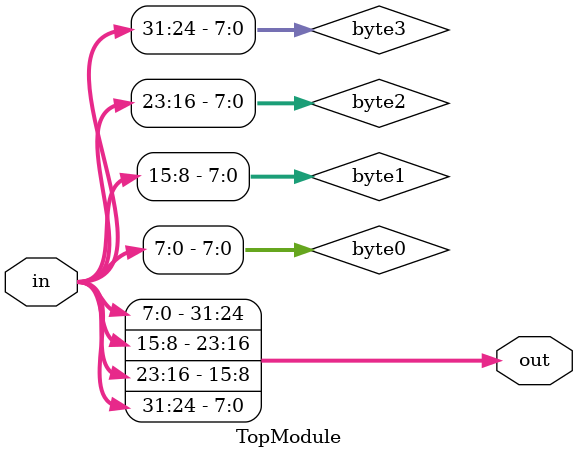
<source format=sv>

module TopModule (
  input [31:0] in,
  output [31:0] out
);
  // Intermediate signals to hold the reversed byte order
  wire [7:0] byte0, byte1, byte2, byte3;
  wire [7:0] byte4, byte5, byte6, byte7;
  wire [7:0] byte8, byte9, byte10, byte11;
  wire [7:0] byte12, byte13, byte14, byte15;
  wire [7:0] byte16, byte17, byte18, byte19;
  wire [7:0] byte20, byte21, byte22, byte23;
  wire [7:0] byte24, byte25, byte26, byte27;
  wire [7:0] byte28, byte29, byte30, byte31;

  assign byte0 = in[7:0];
  assign byte1 = in[15:8];
  assign byte2 = in[23:16];
  assign byte3 = in[31:24];

  assign out[7:0] = byte3;
  assign out[15:8] = byte2;
  assign out[23:16] = byte1;
  assign out[31:24] = byte0;

endmodule

</source>
